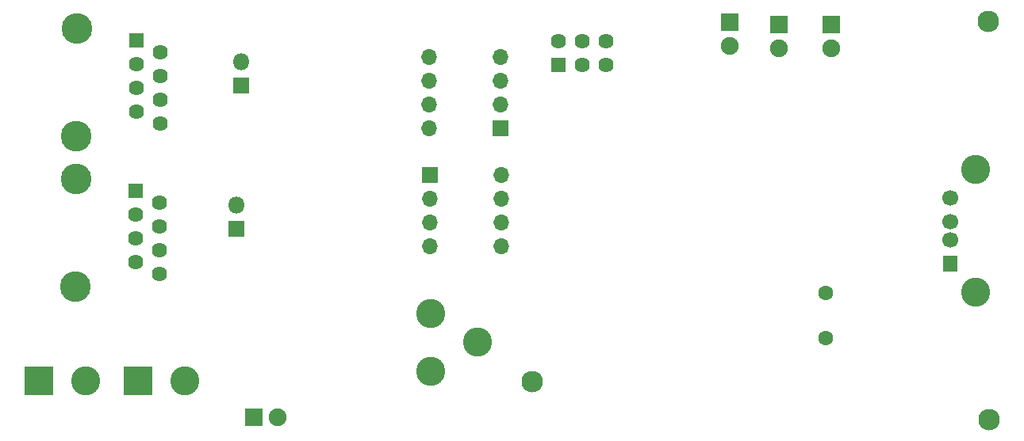
<source format=gbr>
%TF.GenerationSoftware,KiCad,Pcbnew,5.1.6-c6e7f7d~87~ubuntu18.04.1*%
%TF.CreationDate,2021-03-29T12:27:15+02:00*%
%TF.ProjectId,sboxnet2usb,73626f78-6e65-4743-9275-73622e6b6963,rev?*%
%TF.SameCoordinates,Original*%
%TF.FileFunction,Soldermask,Top*%
%TF.FilePolarity,Negative*%
%FSLAX46Y46*%
G04 Gerber Fmt 4.6, Leading zero omitted, Abs format (unit mm)*
G04 Created by KiCad (PCBNEW 5.1.6-c6e7f7d~87~ubuntu18.04.1) date 2021-03-29 12:27:15*
%MOMM*%
%LPD*%
G01*
G04 APERTURE LIST*
%ADD10C,1.700000*%
%ADD11R,1.600000X1.700000*%
%ADD12C,3.100000*%
%ADD13C,2.300000*%
%ADD14C,3.270000*%
%ADD15R,1.624000X1.624000*%
%ADD16C,1.624000*%
%ADD17O,1.800000X1.800000*%
%ADD18R,1.800000X1.800000*%
%ADD19R,3.100000X3.100000*%
%ADD20C,1.600000*%
%ADD21O,1.700000X1.700000*%
%ADD22R,1.700000X1.700000*%
%ADD23O,1.900000X1.900000*%
%ADD24R,1.900000X1.900000*%
G04 APERTURE END LIST*
D10*
%TO.C,J1*%
X249500000Y-100400000D03*
X249500000Y-102900000D03*
X249500000Y-104900000D03*
D11*
X249500000Y-107400000D03*
D12*
X252210000Y-97330000D03*
X252210000Y-110470000D03*
%TD*%
D13*
%TO.C,REF\u002A\u002A*%
X253600000Y-124100000D03*
%TD*%
%TO.C,REF\u002A\u002A*%
X253500000Y-81500000D03*
%TD*%
%TO.C,REF\u002A\u002A*%
X204900000Y-120000000D03*
%TD*%
D14*
%TO.C,J3*%
X156075540Y-109850000D03*
X156200000Y-98385000D03*
D15*
X162550000Y-99660000D03*
D16*
X165090000Y-100930000D03*
X162550000Y-102200000D03*
X165090000Y-103470000D03*
X162550000Y-104740000D03*
X162550000Y-107280000D03*
X165090000Y-106005000D03*
X165090000Y-108545000D03*
%TD*%
D14*
%TO.C,J4*%
X156175540Y-93750000D03*
X156300000Y-82285000D03*
D15*
X162650000Y-83560000D03*
D16*
X165190000Y-84830000D03*
X162650000Y-86100000D03*
X165190000Y-87370000D03*
X162650000Y-88640000D03*
X162650000Y-91180000D03*
X165190000Y-89905000D03*
X165190000Y-92445000D03*
%TD*%
D17*
%TO.C,J5*%
X173300000Y-101160000D03*
D18*
X173300000Y-103700000D03*
%TD*%
D17*
%TO.C,J6*%
X173800000Y-85835000D03*
D18*
X173800000Y-88375000D03*
%TD*%
D12*
%TO.C,J7*%
X157200000Y-119900000D03*
D19*
X152200000Y-119900000D03*
%TD*%
D12*
%TO.C,J2*%
X194000000Y-118900000D03*
X199000000Y-115800000D03*
X194000000Y-112700000D03*
%TD*%
%TO.C,J8*%
X167800000Y-119900000D03*
D19*
X162800000Y-119900000D03*
%TD*%
D20*
%TO.C,Y1*%
X236200000Y-115380000D03*
X236200000Y-110500000D03*
%TD*%
D21*
%TO.C,U4*%
X201520000Y-97900000D03*
X193900000Y-105520000D03*
X201520000Y-100440000D03*
X193900000Y-102980000D03*
X201520000Y-102980000D03*
X193900000Y-100440000D03*
X201520000Y-105520000D03*
D22*
X193900000Y-97900000D03*
%TD*%
D21*
%TO.C,U3*%
X193880000Y-92900000D03*
X201500000Y-85280000D03*
X193880000Y-90360000D03*
X201500000Y-87820000D03*
X193880000Y-87820000D03*
X201500000Y-90360000D03*
X193880000Y-85280000D03*
D22*
X201500000Y-92900000D03*
%TD*%
D15*
%TO.C,U2*%
X207620000Y-86140000D03*
D16*
X207620000Y-83600000D03*
X210160000Y-86140000D03*
X210160000Y-83600000D03*
X212700000Y-86140000D03*
X212700000Y-83600000D03*
%TD*%
D23*
%TO.C,D3*%
X225900000Y-84140000D03*
D24*
X225900000Y-81600000D03*
%TD*%
D23*
%TO.C,D2*%
X231200000Y-84340000D03*
D24*
X231200000Y-81800000D03*
%TD*%
D23*
%TO.C,D1*%
X236800000Y-84340000D03*
D24*
X236800000Y-81800000D03*
%TD*%
D23*
%TO.C,D4*%
X177640000Y-123850000D03*
D24*
X175100000Y-123850000D03*
%TD*%
M02*

</source>
